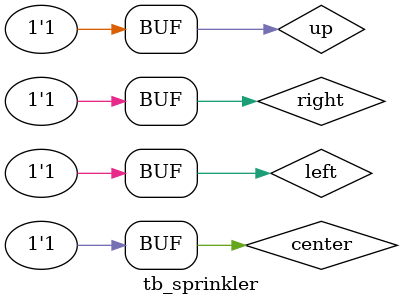
<source format=v>
module tb_sprinkler;

reg up, center, left, right;
wire combo0, combo1, combo2, combo3, combo4, combo5, combo6, combo7;

sprinkler uut (up, center, left, right, combo0, combo1, combo2, combo3, combo4, combo5, combo6, combo7); 

initial begin 
center = 0; up = 0; left = 0; right = 0;
#10
center = 0; up = 0; left = 0; right = 1;
#10
center = 0; up = 0; left = 1; right = 0;
#10
center = 0; up = 0; left = 1; right = 1;
#10
center = 0; up = 1; left = 0; right = 0;
#10
center = 0; up = 1; left = 0; right = 1;
#10
center = 0; up = 1; left = 1; right = 0;
#10
center = 0; up = 1; left = 1; right = 1;
#10
center = 1; up = 0; left = 0; right = 0;
#10
center = 1; up = 0; left = 0; right = 1;
#10
center = 1; up = 0; left = 1; right = 0;
#10
center = 1; up = 0; left = 1; right = 1;
#10
center = 1; up = 1; left = 0; right = 0;
#10
center = 1; up = 1; left = 0; right = 1;
#10
center = 1; up = 1; left = 1; right = 0;
#10
center = 1; up = 1; left = 1; right = 1;

end


endmodule

</source>
